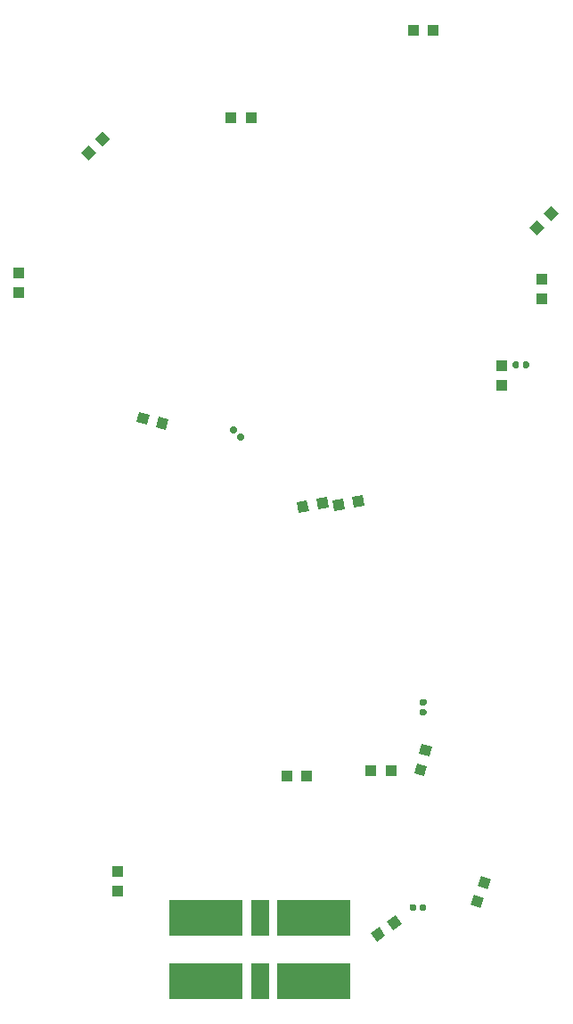
<source format=gbr>
%TF.GenerationSoftware,KiCad,Pcbnew,5.1.7-a382d34a8~88~ubuntu20.04.1*%
%TF.CreationDate,2021-01-15T03:25:47-08:00*%
%TF.ProjectId,snoopy-sao,736e6f6f-7079-42d7-9361-6f2e6b696361,rev?*%
%TF.SameCoordinates,Original*%
%TF.FileFunction,Paste,Bot*%
%TF.FilePolarity,Positive*%
%FSLAX46Y46*%
G04 Gerber Fmt 4.6, Leading zero omitted, Abs format (unit mm)*
G04 Created by KiCad (PCBNEW 5.1.7-a382d34a8~88~ubuntu20.04.1) date 2021-01-15 03:25:47*
%MOMM*%
%LPD*%
G01*
G04 APERTURE LIST*
%ADD10R,1.000000X1.000000*%
%ADD11C,0.100000*%
%ADD12R,6.908800X3.454400*%
%ADD13R,1.727200X3.454400*%
G04 APERTURE END LIST*
%TO.C,R4*%
G36*
G01*
X95787625Y-96243673D02*
X95543673Y-96487625D01*
G75*
G02*
X95335077Y-96487625I-104298J104298D01*
G01*
X95126481Y-96279029D01*
G75*
G02*
X95126481Y-96070433I104298J104298D01*
G01*
X95370433Y-95826481D01*
G75*
G02*
X95579029Y-95826481I104298J-104298D01*
G01*
X95787625Y-96035077D01*
G75*
G02*
X95787625Y-96243673I-104298J-104298D01*
G01*
G37*
G36*
G01*
X96473519Y-96929567D02*
X96229567Y-97173519D01*
G75*
G02*
X96020971Y-97173519I-104298J104298D01*
G01*
X95812375Y-96964923D01*
G75*
G02*
X95812375Y-96756327I104298J104298D01*
G01*
X96056327Y-96512375D01*
G75*
G02*
X96264923Y-96512375I104298J-104298D01*
G01*
X96473519Y-96720971D01*
G75*
G02*
X96473519Y-96929567I-104298J-104298D01*
G01*
G37*
%TD*%
D10*
%TO.C,D16*%
X95250000Y-66500000D03*
X97150000Y-66500000D03*
%TD*%
D11*
%TO.C,D15*%
G36*
X81021142Y-69871751D02*
G01*
X81728249Y-69164644D01*
X82435356Y-69871751D01*
X81728249Y-70578858D01*
X81021142Y-69871751D01*
G37*
G36*
X82364644Y-68528249D02*
G01*
X83071751Y-67821142D01*
X83778858Y-68528249D01*
X83071751Y-69235356D01*
X82364644Y-68528249D01*
G37*
%TD*%
%TO.C,D14*%
G36*
X89071183Y-96158250D02*
G01*
X88105258Y-95899431D01*
X88364077Y-94933506D01*
X89330002Y-95192325D01*
X89071183Y-96158250D01*
G37*
G36*
X87235923Y-95666494D02*
G01*
X86269998Y-95407675D01*
X86528817Y-94441750D01*
X87494742Y-94700569D01*
X87235923Y-95666494D01*
G37*
%TD*%
D10*
%TO.C,D13*%
X75100000Y-83150000D03*
X75100000Y-81250000D03*
%TD*%
%TO.C,R3*%
G36*
G01*
X122610000Y-89827500D02*
X122610000Y-90172500D01*
G75*
G02*
X122462500Y-90320000I-147500J0D01*
G01*
X122167500Y-90320000D01*
G75*
G02*
X122020000Y-90172500I0J147500D01*
G01*
X122020000Y-89827500D01*
G75*
G02*
X122167500Y-89680000I147500J0D01*
G01*
X122462500Y-89680000D01*
G75*
G02*
X122610000Y-89827500I0J-147500D01*
G01*
G37*
G36*
G01*
X123580000Y-89827500D02*
X123580000Y-90172500D01*
G75*
G02*
X123432500Y-90320000I-147500J0D01*
G01*
X123137500Y-90320000D01*
G75*
G02*
X122990000Y-90172500I0J147500D01*
G01*
X122990000Y-89827500D01*
G75*
G02*
X123137500Y-89680000I147500J0D01*
G01*
X123432500Y-89680000D01*
G75*
G02*
X123580000Y-89827500I0J-147500D01*
G01*
G37*
%TD*%
%TO.C,D12*%
X121000000Y-90050000D03*
X121000000Y-91950000D03*
%TD*%
%TO.C,D11*%
X112550000Y-58200000D03*
X114450000Y-58200000D03*
%TD*%
D11*
%TO.C,D10*%
G36*
X126378858Y-75628249D02*
G01*
X125671751Y-76335356D01*
X124964644Y-75628249D01*
X125671751Y-74921142D01*
X126378858Y-75628249D01*
G37*
G36*
X125035356Y-76971751D02*
G01*
X124328249Y-77678858D01*
X123621142Y-76971751D01*
X124328249Y-76264644D01*
X125035356Y-76971751D01*
G37*
%TD*%
D10*
%TO.C,D9*%
X124800000Y-81850000D03*
X124800000Y-83750000D03*
%TD*%
%TO.C,R2*%
G36*
G01*
X113672500Y-122310000D02*
X113327500Y-122310000D01*
G75*
G02*
X113180000Y-122162500I0J147500D01*
G01*
X113180000Y-121867500D01*
G75*
G02*
X113327500Y-121720000I147500J0D01*
G01*
X113672500Y-121720000D01*
G75*
G02*
X113820000Y-121867500I0J-147500D01*
G01*
X113820000Y-122162500D01*
G75*
G02*
X113672500Y-122310000I-147500J0D01*
G01*
G37*
G36*
G01*
X113672500Y-123280000D02*
X113327500Y-123280000D01*
G75*
G02*
X113180000Y-123132500I0J147500D01*
G01*
X113180000Y-122837500D01*
G75*
G02*
X113327500Y-122690000I147500J0D01*
G01*
X113672500Y-122690000D01*
G75*
G02*
X113820000Y-122837500I0J-147500D01*
G01*
X113820000Y-123132500D01*
G75*
G02*
X113672500Y-123280000I-147500J0D01*
G01*
G37*
%TD*%
D11*
%TO.C,D8*%
G36*
X112641750Y-128771183D02*
G01*
X112900569Y-127805258D01*
X113866494Y-128064077D01*
X113607675Y-129030002D01*
X112641750Y-128771183D01*
G37*
G36*
X113133506Y-126935923D02*
G01*
X113392325Y-125969998D01*
X114358250Y-126228817D01*
X114099431Y-127194742D01*
X113133506Y-126935923D01*
G37*
%TD*%
D10*
%TO.C,D7*%
X110450000Y-128500000D03*
X108550000Y-128500000D03*
%TD*%
D11*
%TO.C,D6*%
G36*
X107914795Y-103340614D02*
G01*
X106929987Y-103514262D01*
X106756339Y-102529454D01*
X107741147Y-102355806D01*
X107914795Y-103340614D01*
G37*
G36*
X106043661Y-103670546D02*
G01*
X105058853Y-103844194D01*
X104885205Y-102859386D01*
X105870013Y-102685738D01*
X106043661Y-103670546D01*
G37*
%TD*%
%TO.C,D5*%
G36*
X101485205Y-103059386D02*
G01*
X102470013Y-102885738D01*
X102643661Y-103870546D01*
X101658853Y-104044194D01*
X101485205Y-103059386D01*
G37*
G36*
X103356339Y-102729454D02*
G01*
X104341147Y-102555806D01*
X104514795Y-103540614D01*
X103529987Y-103714262D01*
X103356339Y-102729454D01*
G37*
%TD*%
%TO.C,R1*%
G36*
G01*
X113190000Y-141672500D02*
X113190000Y-141327500D01*
G75*
G02*
X113337500Y-141180000I147500J0D01*
G01*
X113632500Y-141180000D01*
G75*
G02*
X113780000Y-141327500I0J-147500D01*
G01*
X113780000Y-141672500D01*
G75*
G02*
X113632500Y-141820000I-147500J0D01*
G01*
X113337500Y-141820000D01*
G75*
G02*
X113190000Y-141672500I0J147500D01*
G01*
G37*
G36*
G01*
X112220000Y-141672500D02*
X112220000Y-141327500D01*
G75*
G02*
X112367500Y-141180000I147500J0D01*
G01*
X112662500Y-141180000D01*
G75*
G02*
X112810000Y-141327500I0J-147500D01*
G01*
X112810000Y-141672500D01*
G75*
G02*
X112662500Y-141820000I-147500J0D01*
G01*
X112367500Y-141820000D01*
G75*
G02*
X112220000Y-141672500I0J147500D01*
G01*
G37*
%TD*%
D10*
%TO.C,D4*%
X102450000Y-129000000D03*
X100550000Y-129000000D03*
%TD*%
D11*
%TO.C,D3*%
G36*
X119965775Y-138808456D02*
G01*
X119623755Y-139748148D01*
X118684063Y-139406128D01*
X119026083Y-138466436D01*
X119965775Y-138808456D01*
G37*
G36*
X119315937Y-140593872D02*
G01*
X118973917Y-141533564D01*
X118034225Y-141191544D01*
X118376245Y-140251852D01*
X119315937Y-140593872D01*
G37*
%TD*%
D10*
%TO.C,D2*%
X84500000Y-139950000D03*
X84500000Y-138050000D03*
%TD*%
D11*
%TO.C,D1*%
G36*
X111474558Y-143077890D02*
G01*
X110655406Y-143651466D01*
X110081830Y-142832314D01*
X110900982Y-142258738D01*
X111474558Y-143077890D01*
G37*
G36*
X109918170Y-144167686D02*
G01*
X109099018Y-144741262D01*
X108525442Y-143922110D01*
X109344594Y-143348534D01*
X109918170Y-144167686D01*
G37*
%TD*%
D12*
%TO.C,X1*%
X103130800Y-148517200D03*
X103130800Y-142522800D03*
D13*
X98000000Y-148517200D03*
X98000000Y-142522800D03*
D12*
X92869200Y-148517200D03*
X92869200Y-142522800D03*
%TD*%
M02*

</source>
